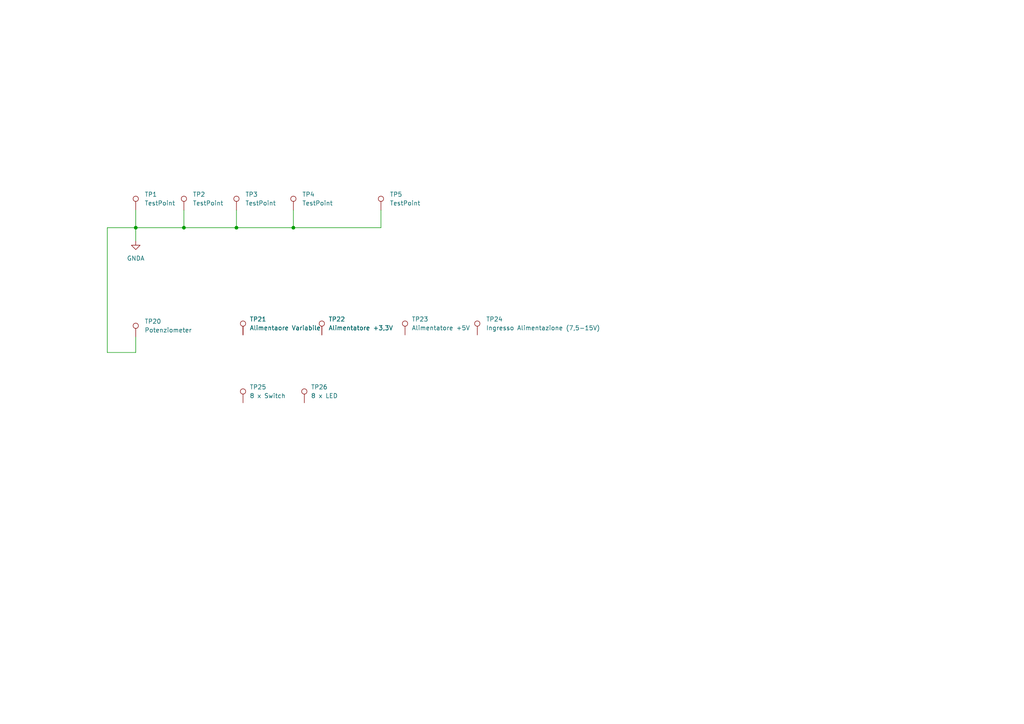
<source format=kicad_sch>
(kicad_sch (version 20211123) (generator eeschema)

  (uuid 6b2d10a7-a175-4eed-b5af-efa553553840)

  (paper "A4")

  (lib_symbols
    (symbol "Connector:TestPoint" (pin_numbers hide) (pin_names (offset 0.762) hide) (in_bom yes) (on_board yes)
      (property "Reference" "TP" (id 0) (at 0 6.858 0)
        (effects (font (size 1.27 1.27)))
      )
      (property "Value" "TestPoint" (id 1) (at 0 5.08 0)
        (effects (font (size 1.27 1.27)))
      )
      (property "Footprint" "" (id 2) (at 5.08 0 0)
        (effects (font (size 1.27 1.27)) hide)
      )
      (property "Datasheet" "~" (id 3) (at 5.08 0 0)
        (effects (font (size 1.27 1.27)) hide)
      )
      (property "ki_keywords" "test point tp" (id 4) (at 0 0 0)
        (effects (font (size 1.27 1.27)) hide)
      )
      (property "ki_description" "test point" (id 5) (at 0 0 0)
        (effects (font (size 1.27 1.27)) hide)
      )
      (property "ki_fp_filters" "Pin* Test*" (id 6) (at 0 0 0)
        (effects (font (size 1.27 1.27)) hide)
      )
      (symbol "TestPoint_0_1"
        (circle (center 0 3.302) (radius 0.762)
          (stroke (width 0) (type default) (color 0 0 0 0))
          (fill (type none))
        )
      )
      (symbol "TestPoint_1_1"
        (pin passive line (at 0 0 90) (length 2.54)
          (name "1" (effects (font (size 1.27 1.27))))
          (number "1" (effects (font (size 1.27 1.27))))
        )
      )
    )
    (symbol "power:GNDA" (power) (pin_names (offset 0)) (in_bom yes) (on_board yes)
      (property "Reference" "#PWR" (id 0) (at 0 -6.35 0)
        (effects (font (size 1.27 1.27)) hide)
      )
      (property "Value" "GNDA" (id 1) (at 0 -3.81 0)
        (effects (font (size 1.27 1.27)))
      )
      (property "Footprint" "" (id 2) (at 0 0 0)
        (effects (font (size 1.27 1.27)) hide)
      )
      (property "Datasheet" "" (id 3) (at 0 0 0)
        (effects (font (size 1.27 1.27)) hide)
      )
      (property "ki_keywords" "global power" (id 4) (at 0 0 0)
        (effects (font (size 1.27 1.27)) hide)
      )
      (property "ki_description" "Power symbol creates a global label with name \"GNDA\" , analog ground" (id 5) (at 0 0 0)
        (effects (font (size 1.27 1.27)) hide)
      )
      (symbol "GNDA_0_1"
        (polyline
          (pts
            (xy 0 0)
            (xy 0 -1.27)
            (xy 1.27 -1.27)
            (xy 0 -2.54)
            (xy -1.27 -1.27)
            (xy 0 -1.27)
          )
          (stroke (width 0) (type default) (color 0 0 0 0))
          (fill (type none))
        )
      )
      (symbol "GNDA_1_1"
        (pin power_in line (at 0 0 270) (length 0) hide
          (name "GNDA" (effects (font (size 1.27 1.27))))
          (number "1" (effects (font (size 1.27 1.27))))
        )
      )
    )
  )

  (junction (at 68.58 66.04) (diameter 0) (color 0 0 0 0)
    (uuid 4467623e-0a54-44eb-9594-7747fa4a0237)
  )
  (junction (at 85.09 66.04) (diameter 0) (color 0 0 0 0)
    (uuid 54580f5a-3194-4883-8fac-c0954d8e45b1)
  )
  (junction (at 53.34 66.04) (diameter 0) (color 0 0 0 0)
    (uuid 9e12e3c1-0984-42e1-bf80-9baf12cf7d18)
  )
  (junction (at 39.37 66.04) (diameter 0) (color 0 0 0 0)
    (uuid c468c491-0394-455a-bb53-3a450b5a7b32)
  )

  (wire (pts (xy 68.58 66.04) (xy 85.09 66.04))
    (stroke (width 0) (type default) (color 0 0 0 0))
    (uuid 1b032e52-daaa-4170-a61c-1534151c5212)
  )
  (wire (pts (xy 39.37 69.85) (xy 39.37 66.04))
    (stroke (width 0) (type default) (color 0 0 0 0))
    (uuid 21212afd-3297-4a10-af1a-b8bae0a3c25e)
  )
  (wire (pts (xy 85.09 66.04) (xy 110.49 66.04))
    (stroke (width 0) (type default) (color 0 0 0 0))
    (uuid 2f5e2ffe-299e-4960-b598-6871ad18a276)
  )
  (wire (pts (xy 31.115 66.04) (xy 39.37 66.04))
    (stroke (width 0) (type default) (color 0 0 0 0))
    (uuid 3caccae5-2f9d-4638-a015-6bc5abd93cde)
  )
  (wire (pts (xy 68.58 60.96) (xy 68.58 66.04))
    (stroke (width 0) (type default) (color 0 0 0 0))
    (uuid 3ee9e44f-c047-46e1-b8e5-9274c6640012)
  )
  (wire (pts (xy 85.09 60.96) (xy 85.09 66.04))
    (stroke (width 0) (type default) (color 0 0 0 0))
    (uuid 49593acd-9d53-49b8-bd13-534b7cf7e256)
  )
  (wire (pts (xy 39.37 60.96) (xy 39.37 66.04))
    (stroke (width 0) (type default) (color 0 0 0 0))
    (uuid 50024f75-3eeb-45c4-b019-68f109979178)
  )
  (wire (pts (xy 53.34 60.96) (xy 53.34 66.04))
    (stroke (width 0) (type default) (color 0 0 0 0))
    (uuid 5373760e-7993-4404-bb2b-f4ca3ac3ee2e)
  )
  (wire (pts (xy 110.49 66.04) (xy 110.49 60.96))
    (stroke (width 0) (type default) (color 0 0 0 0))
    (uuid 6a89f5ba-1d9f-4605-a1c2-1be8e257381b)
  )
  (wire (pts (xy 39.37 97.79) (xy 39.37 102.235))
    (stroke (width 0) (type default) (color 0 0 0 0))
    (uuid 76f71c28-74e6-43ac-8eaa-96c07a56bc14)
  )
  (wire (pts (xy 39.37 66.04) (xy 53.34 66.04))
    (stroke (width 0) (type default) (color 0 0 0 0))
    (uuid 7d152e30-d278-4e87-849a-414df8f9dbc9)
  )
  (wire (pts (xy 53.34 66.04) (xy 68.58 66.04))
    (stroke (width 0) (type default) (color 0 0 0 0))
    (uuid 9bc47f89-3ac6-4207-bf73-931c224bf5ce)
  )
  (wire (pts (xy 31.115 102.235) (xy 31.115 66.04))
    (stroke (width 0) (type default) (color 0 0 0 0))
    (uuid a3a17e9d-cf7e-49ea-a3b9-7c0ee057dbb4)
  )
  (wire (pts (xy 39.37 102.235) (xy 31.115 102.235))
    (stroke (width 0) (type default) (color 0 0 0 0))
    (uuid fb939add-25a3-4a0b-86b6-f09dd27d42f9)
  )

  (symbol (lib_id "power:GNDA") (at 39.37 69.85 0) (unit 1)
    (in_bom yes) (on_board yes) (fields_autoplaced)
    (uuid 0069c09e-d3cd-44b5-a43b-a9515ffdba45)
    (property "Reference" "#PWR0101" (id 0) (at 39.37 76.2 0)
      (effects (font (size 1.27 1.27)) hide)
    )
    (property "Value" "GNDA" (id 1) (at 39.37 74.93 0))
    (property "Footprint" "" (id 2) (at 39.37 69.85 0)
      (effects (font (size 1.27 1.27)) hide)
    )
    (property "Datasheet" "" (id 3) (at 39.37 69.85 0)
      (effects (font (size 1.27 1.27)) hide)
    )
    (pin "1" (uuid 84189049-ea37-4161-a3e2-7067b2ada819))
  )

  (symbol (lib_id "Connector:TestPoint") (at 70.485 116.84 0) (unit 1)
    (in_bom yes) (on_board yes) (fields_autoplaced)
    (uuid 15fd8ee9-baf5-4f9b-b4a8-000bdad8688b)
    (property "Reference" "TP25" (id 0) (at 72.39 112.2679 0)
      (effects (font (size 1.27 1.27)) (justify left))
    )
    (property "Value" "8 x Switch" (id 1) (at 72.39 114.8079 0)
      (effects (font (size 1.27 1.27)) (justify left))
    )
    (property "Footprint" "Symbol:Alimentatore Variabile" (id 2) (at 75.565 116.84 0)
      (effects (font (size 1.27 1.27)) hide)
    )
    (property "Datasheet" "~" (id 3) (at 75.565 116.84 0)
      (effects (font (size 1.27 1.27)) hide)
    )
    (pin "1" (uuid 9e9adc94-d358-402a-96ef-f93436136a03))
  )

  (symbol (lib_id "Connector:TestPoint") (at 39.37 97.79 0) (unit 1)
    (in_bom yes) (on_board yes) (fields_autoplaced)
    (uuid 16d8b0b2-d6ea-4680-9d81-3ff5513967ac)
    (property "Reference" "TP20" (id 0) (at 41.91 93.2179 0)
      (effects (font (size 1.27 1.27)) (justify left))
    )
    (property "Value" "Potenziometer" (id 1) (at 41.91 95.7579 0)
      (effects (font (size 1.27 1.27)) (justify left))
    )
    (property "Footprint" "MountingHole:MountingHole_6.5mm_Pad_Via" (id 2) (at 44.45 97.79 0)
      (effects (font (size 1.27 1.27)) hide)
    )
    (property "Datasheet" "~" (id 3) (at 44.45 97.79 0)
      (effects (font (size 1.27 1.27)) hide)
    )
    (pin "1" (uuid 42f1347f-6df6-4389-8ac5-64273e7cc2b8))
  )

  (symbol (lib_id "Connector:TestPoint") (at 93.345 97.155 0) (unit 1)
    (in_bom yes) (on_board yes) (fields_autoplaced)
    (uuid 19e76994-cc01-458f-b6bf-f0d2b88d5ac1)
    (property "Reference" "TP22" (id 0) (at 95.25 92.5829 0)
      (effects (font (size 1.27 1.27)) (justify left))
    )
    (property "Value" "Alimentatore +3,3V" (id 1) (at 95.25 95.1229 0)
      (effects (font (size 1.27 1.27)) (justify left))
    )
    (property "Footprint" "Symbol:Alimentatore Variabile" (id 2) (at 98.425 97.155 0)
      (effects (font (size 1.27 1.27)) hide)
    )
    (property "Datasheet" "~" (id 3) (at 98.425 97.155 0)
      (effects (font (size 1.27 1.27)) hide)
    )
    (pin "1" (uuid 4ce84181-45d8-477b-82f9-d9edbbd1c323))
  )

  (symbol (lib_id "Connector:TestPoint") (at 85.09 60.96 0) (unit 1)
    (in_bom yes) (on_board yes) (fields_autoplaced)
    (uuid 26c2b073-23ef-4d48-817b-23c98c049b7e)
    (property "Reference" "TP4" (id 0) (at 87.63 56.3879 0)
      (effects (font (size 1.27 1.27)) (justify left))
    )
    (property "Value" "TestPoint" (id 1) (at 87.63 58.9279 0)
      (effects (font (size 1.27 1.27)) (justify left))
    )
    (property "Footprint" "MountingHole:MountingHole_3.2mm_M3_Pad_Via" (id 2) (at 90.17 60.96 0)
      (effects (font (size 1.27 1.27)) hide)
    )
    (property "Datasheet" "~" (id 3) (at 90.17 60.96 0)
      (effects (font (size 1.27 1.27)) hide)
    )
    (pin "1" (uuid 45642fe2-ea1e-4e67-be79-ae5879aa1923))
  )

  (symbol (lib_id "Connector:TestPoint") (at 138.43 97.155 0) (unit 1)
    (in_bom yes) (on_board yes) (fields_autoplaced)
    (uuid 327f1bd2-9ff4-43eb-98ac-6482e38c047e)
    (property "Reference" "TP24" (id 0) (at 140.97 92.5829 0)
      (effects (font (size 1.27 1.27)) (justify left))
    )
    (property "Value" "Ingresso Alimentazione (7,5-15V)" (id 1) (at 140.97 95.1229 0)
      (effects (font (size 1.27 1.27)) (justify left))
    )
    (property "Footprint" "Symbol:Alimentatore Variabile" (id 2) (at 143.51 97.155 0)
      (effects (font (size 1.27 1.27)) hide)
    )
    (property "Datasheet" "~" (id 3) (at 143.51 97.155 0)
      (effects (font (size 1.27 1.27)) hide)
    )
    (pin "1" (uuid 682a12ad-d68a-4d3c-ba9e-98446f4070ba))
  )

  (symbol (lib_id "Connector:TestPoint") (at 117.475 97.155 0) (unit 1)
    (in_bom yes) (on_board yes) (fields_autoplaced)
    (uuid 405859d2-617e-4798-bbbf-cded32613e6e)
    (property "Reference" "TP23" (id 0) (at 119.38 92.5829 0)
      (effects (font (size 1.27 1.27)) (justify left))
    )
    (property "Value" "Alimentatore +5V" (id 1) (at 119.38 95.1229 0)
      (effects (font (size 1.27 1.27)) (justify left))
    )
    (property "Footprint" "Symbol:Alimentatore Variabile" (id 2) (at 122.555 97.155 0)
      (effects (font (size 1.27 1.27)) hide)
    )
    (property "Datasheet" "~" (id 3) (at 122.555 97.155 0)
      (effects (font (size 1.27 1.27)) hide)
    )
    (pin "1" (uuid 992c097a-afdd-4e09-a109-b63bb1bd8f98))
  )

  (symbol (lib_id "Connector:TestPoint") (at 68.58 60.96 0) (unit 1)
    (in_bom yes) (on_board yes) (fields_autoplaced)
    (uuid 57179538-0820-414c-a0a9-949d3d90cde0)
    (property "Reference" "TP3" (id 0) (at 71.12 56.3879 0)
      (effects (font (size 1.27 1.27)) (justify left))
    )
    (property "Value" "TestPoint" (id 1) (at 71.12 58.9279 0)
      (effects (font (size 1.27 1.27)) (justify left))
    )
    (property "Footprint" "MountingHole:MountingHole_3.2mm_M3_Pad_Via" (id 2) (at 73.66 60.96 0)
      (effects (font (size 1.27 1.27)) hide)
    )
    (property "Datasheet" "~" (id 3) (at 73.66 60.96 0)
      (effects (font (size 1.27 1.27)) hide)
    )
    (pin "1" (uuid 05dd3970-032f-4c48-ae3f-39ef8774863e))
  )

  (symbol (lib_id "Connector:TestPoint") (at 88.265 116.84 0) (unit 1)
    (in_bom yes) (on_board yes) (fields_autoplaced)
    (uuid 5b5c0bee-2e5b-44c3-849a-93d7f561f8b3)
    (property "Reference" "TP26" (id 0) (at 90.17 112.2679 0)
      (effects (font (size 1.27 1.27)) (justify left))
    )
    (property "Value" "8 x LED" (id 1) (at 90.17 114.8079 0)
      (effects (font (size 1.27 1.27)) (justify left))
    )
    (property "Footprint" "Symbol:Alimentatore Variabile" (id 2) (at 93.345 116.84 0)
      (effects (font (size 1.27 1.27)) hide)
    )
    (property "Datasheet" "~" (id 3) (at 93.345 116.84 0)
      (effects (font (size 1.27 1.27)) hide)
    )
    (pin "1" (uuid a5c98efd-673c-4e2c-aec0-7bbb20ae4a4f))
  )

  (symbol (lib_id "Connector:TestPoint") (at 53.34 60.96 0) (unit 1)
    (in_bom yes) (on_board yes) (fields_autoplaced)
    (uuid 84699b58-1355-4594-9738-274cf9258695)
    (property "Reference" "TP2" (id 0) (at 55.88 56.3879 0)
      (effects (font (size 1.27 1.27)) (justify left))
    )
    (property "Value" "TestPoint" (id 1) (at 55.88 58.9279 0)
      (effects (font (size 1.27 1.27)) (justify left))
    )
    (property "Footprint" "MountingHole:MountingHole_3.2mm_M3_Pad_Via" (id 2) (at 58.42 60.96 0)
      (effects (font (size 1.27 1.27)) hide)
    )
    (property "Datasheet" "~" (id 3) (at 58.42 60.96 0)
      (effects (font (size 1.27 1.27)) hide)
    )
    (pin "1" (uuid ee83f233-6f3c-4640-afb8-865dc9e6261d))
  )

  (symbol (lib_id "Connector:TestPoint") (at 39.37 60.96 0) (unit 1)
    (in_bom yes) (on_board yes) (fields_autoplaced)
    (uuid a529f999-2d80-46c7-88e2-5a44bfb961a6)
    (property "Reference" "TP1" (id 0) (at 41.91 56.3879 0)
      (effects (font (size 1.27 1.27)) (justify left))
    )
    (property "Value" "TestPoint" (id 1) (at 41.91 58.9279 0)
      (effects (font (size 1.27 1.27)) (justify left))
    )
    (property "Footprint" "MountingHole:MountingHole_3.2mm_M3_Pad_Via" (id 2) (at 44.45 60.96 0)
      (effects (font (size 1.27 1.27)) hide)
    )
    (property "Datasheet" "~" (id 3) (at 44.45 60.96 0)
      (effects (font (size 1.27 1.27)) hide)
    )
    (pin "1" (uuid 32ad3a57-b6a6-4627-9910-d6f30be2fbd7))
  )

  (symbol (lib_id "Connector:TestPoint") (at 110.49 60.96 0) (unit 1)
    (in_bom yes) (on_board yes) (fields_autoplaced)
    (uuid b820fde7-7cec-49cc-97a4-badf1d94cfc8)
    (property "Reference" "TP5" (id 0) (at 113.03 56.3879 0)
      (effects (font (size 1.27 1.27)) (justify left))
    )
    (property "Value" "TestPoint" (id 1) (at 113.03 58.9279 0)
      (effects (font (size 1.27 1.27)) (justify left))
    )
    (property "Footprint" "Breadboard:BreadBoard 81x146" (id 2) (at 115.57 60.96 0)
      (effects (font (size 1.27 1.27)) hide)
    )
    (property "Datasheet" "~" (id 3) (at 115.57 60.96 0)
      (effects (font (size 1.27 1.27)) hide)
    )
    (pin "1" (uuid 28aa0655-09ce-42f1-9f20-a129aedfabce))
  )

  (symbol (lib_id "Connector:TestPoint") (at 70.485 97.155 0) (unit 1)
    (in_bom yes) (on_board yes) (fields_autoplaced)
    (uuid d1eebfc3-7ce1-4319-b9dd-23a7c4435e36)
    (property "Reference" "TP21" (id 0) (at 72.39 92.5829 0)
      (effects (font (size 1.27 1.27)) (justify left))
    )
    (property "Value" "Alimentaore Variabile" (id 1) (at 72.39 95.1229 0)
      (effects (font (size 1.27 1.27)) (justify left))
    )
    (property "Footprint" "Symbol:Alimentatore Variabile" (id 2) (at 75.565 97.155 0)
      (effects (font (size 1.27 1.27)) hide)
    )
    (property "Datasheet" "~" (id 3) (at 75.565 97.155 0)
      (effects (font (size 1.27 1.27)) hide)
    )
    (pin "1" (uuid 2b6030f4-3506-4178-ab74-0defff1b0103))
  )
)

</source>
